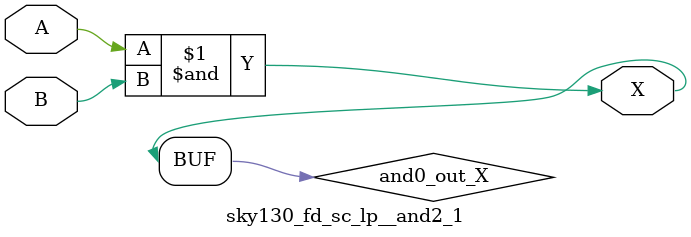
<source format=v>
/*
 * Copyright 2020 The SkyWater PDK Authors
 *
 * Licensed under the Apache License, Version 2.0 (the "License");
 * you may not use this file except in compliance with the License.
 * You may obtain a copy of the License at
 *
 *     https://www.apache.org/licenses/LICENSE-2.0
 *
 * Unless required by applicable law or agreed to in writing, software
 * distributed under the License is distributed on an "AS IS" BASIS,
 * WITHOUT WARRANTIES OR CONDITIONS OF ANY KIND, either express or implied.
 * See the License for the specific language governing permissions and
 * limitations under the License.
 *
 * SPDX-License-Identifier: Apache-2.0
*/


`ifndef SKY130_FD_SC_LP__AND2_1_FUNCTIONAL_V
`define SKY130_FD_SC_LP__AND2_1_FUNCTIONAL_V

/**
 * and2: 2-input AND.
 *
 * Verilog simulation functional model.
 */

`timescale 1ns / 1ps
`default_nettype none

`celldefine
module sky130_fd_sc_lp__and2_1 (
    X,
    A,
    B
);

    // Module ports
    output X;
    input  A;
    input  B;

    // Local signals
    wire and0_out_X;

    //  Name  Output      Other arguments
    and and0 (and0_out_X, A, B           );
    buf buf0 (X         , and0_out_X     );

endmodule
`endcelldefine

`default_nettype wire
`endif  // SKY130_FD_SC_LP__AND2_1_FUNCTIONAL_V

</source>
